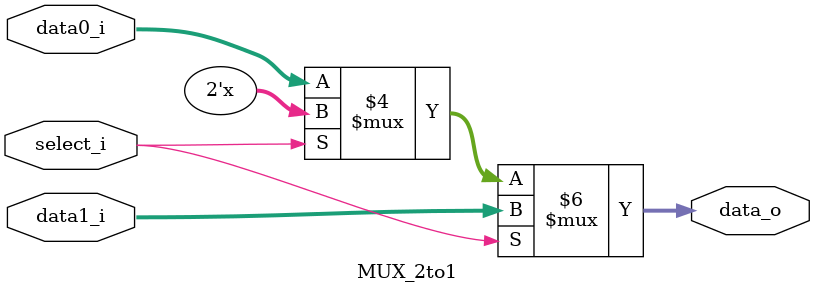
<source format=v>
     
module MUX_2to1(
               data0_i,
               data1_i,
               select_i,
               data_o
               );

parameter size = 0;			   
			
//I/O ports               
input   [size-1:0] data0_i;          
input   [size-1:0] data1_i;
input         select_i;
output  [size-1:0] data_o; 

//Internal Signals
reg     [size-1:0] data_o;

//Main function

always@ ( data0_i or data1_i or select_i) begin
    if ( select_i == 1'b0) begin
    data_o <= data0_i;
    end 
    if ( select_i == 1'b1) begin
    data_o <= data1_i;
    end

end



endmodule      
          
          
</source>
